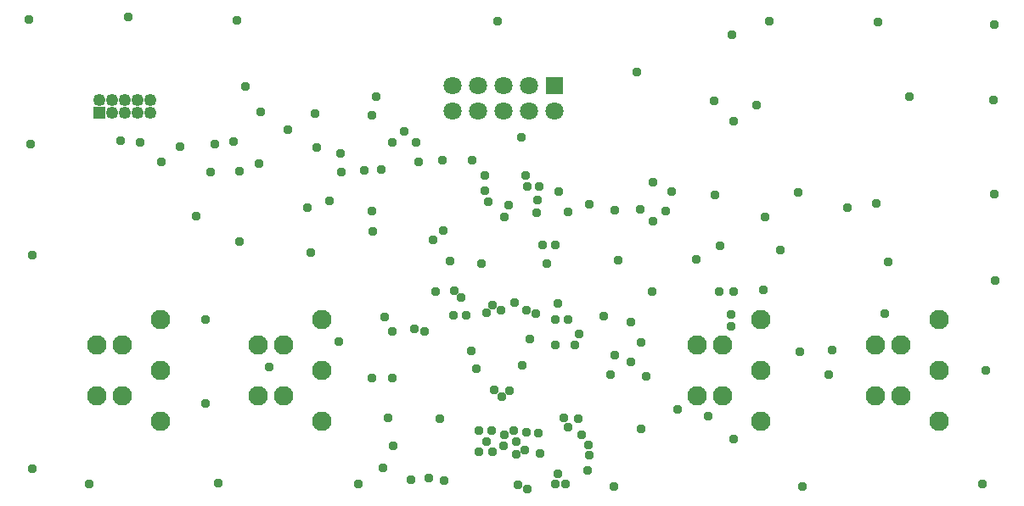
<source format=gbs>
G04*
G04 #@! TF.GenerationSoftware,Altium Limited,Altium Designer,21.9.1 (22)*
G04*
G04 Layer_Color=16711935*
%FSLAX25Y25*%
%MOIN*%
G70*
G04*
G04 #@! TF.SameCoordinates,0F29A8BA-E8F9-4293-BDD9-90E20D7A2386*
G04*
G04*
G04 #@! TF.FilePolarity,Negative*
G04*
G01*
G75*
%ADD31C,0.07677*%
%ADD32R,0.07087X0.07087*%
%ADD33C,0.07087*%
%ADD34R,0.04921X0.04921*%
%ADD35C,0.04921*%
%ADD36C,0.03740*%
D31*
X44488Y41811D02*
D03*
X34488D02*
D03*
Y61811D02*
D03*
X44488D02*
D03*
X59488Y51811D02*
D03*
Y31811D02*
D03*
Y71811D02*
D03*
X107874Y41811D02*
D03*
X97874D02*
D03*
Y61811D02*
D03*
X107874D02*
D03*
X122874Y51811D02*
D03*
Y31811D02*
D03*
Y71811D02*
D03*
X279921Y41811D02*
D03*
X269921D02*
D03*
Y61811D02*
D03*
X279921D02*
D03*
X294921Y51811D02*
D03*
Y31811D02*
D03*
Y71811D02*
D03*
X350157Y41811D02*
D03*
X340158D02*
D03*
Y61811D02*
D03*
X350157D02*
D03*
X365158Y51811D02*
D03*
Y31811D02*
D03*
Y71811D02*
D03*
D32*
X214094Y163937D02*
D03*
D33*
Y153937D02*
D03*
X204095Y163937D02*
D03*
Y153937D02*
D03*
X194095Y163937D02*
D03*
Y153937D02*
D03*
X184095Y163937D02*
D03*
Y153937D02*
D03*
X174094Y163937D02*
D03*
Y153937D02*
D03*
D34*
X35276Y153150D02*
D03*
D35*
Y158150D02*
D03*
X40276Y153150D02*
D03*
Y158150D02*
D03*
X45276Y153150D02*
D03*
Y158150D02*
D03*
X50276Y153150D02*
D03*
Y158150D02*
D03*
X55276Y153150D02*
D03*
Y158150D02*
D03*
D36*
X155118Y146063D02*
D03*
X283858Y183858D02*
D03*
X189676Y77495D02*
D03*
X193071Y75492D02*
D03*
X283429Y74072D02*
D03*
X233465Y73327D02*
D03*
X252362Y83071D02*
D03*
X284252D02*
D03*
X278740D02*
D03*
X343621Y74317D02*
D03*
X321796Y50222D02*
D03*
X283429Y69441D02*
D03*
X250000Y49606D02*
D03*
X77165Y71811D02*
D03*
Y38976D02*
D03*
X147244Y72835D02*
D03*
X102085Y53150D02*
D03*
X129331Y63189D02*
D03*
X150461Y67323D02*
D03*
X159055Y68110D02*
D03*
X150461Y49025D02*
D03*
X142377D02*
D03*
X162992Y67323D02*
D03*
X201199Y143472D02*
D03*
X203248Y124138D02*
D03*
X211139Y93933D02*
D03*
X185387Y93958D02*
D03*
X173071Y94865D02*
D03*
X252737Y126010D02*
D03*
X295900Y83563D02*
D03*
X201299Y54092D02*
D03*
X183445Y52618D02*
D03*
X278898Y100853D02*
D03*
X215347Y78129D02*
D03*
X174595Y83363D02*
D03*
X166535Y103150D02*
D03*
X125591Y118504D02*
D03*
X293504Y156299D02*
D03*
X197989Y28342D02*
D03*
X199063Y18893D02*
D03*
X169142Y32835D02*
D03*
X150638Y22345D02*
D03*
X164813Y9453D02*
D03*
X157725Y9100D02*
D03*
X187252Y24011D02*
D03*
X194339Y26767D02*
D03*
X184449Y19981D02*
D03*
X237784Y57874D02*
D03*
X262402Y36516D02*
D03*
X179331Y73622D02*
D03*
X177281Y80560D02*
D03*
X167514Y82974D02*
D03*
X204350Y64372D02*
D03*
X174409Y73622D02*
D03*
X142520Y152362D02*
D03*
X194437Y112167D02*
D03*
X207283Y119095D02*
D03*
X202756Y128609D02*
D03*
X207087Y113878D02*
D03*
X196063Y117028D02*
D03*
X188071Y118387D02*
D03*
X181798Y134646D02*
D03*
X146653Y13484D02*
D03*
X187303Y74606D02*
D03*
X198425Y78740D02*
D03*
X190419Y44243D02*
D03*
X170430Y106988D02*
D03*
X345036Y94488D02*
D03*
X323149Y59842D02*
D03*
X310549Y59252D02*
D03*
X302615Y99213D02*
D03*
X269685Y95669D02*
D03*
X238976Y95276D02*
D03*
X248087Y28937D02*
D03*
X284252Y24803D02*
D03*
X274374Y34021D02*
D03*
X142651Y106569D02*
D03*
X118461Y98327D02*
D03*
X90491Y102518D02*
D03*
X73481Y112697D02*
D03*
X353501Y159547D02*
D03*
X246519Y169327D02*
D03*
X276772Y157874D02*
D03*
X284252Y150000D02*
D03*
X309813Y121793D02*
D03*
X296611Y112303D02*
D03*
X277123Y120965D02*
D03*
X257665Y114569D02*
D03*
X259997Y122146D02*
D03*
X252756Y110630D02*
D03*
X247595Y115256D02*
D03*
X227812Y117421D02*
D03*
X237795Y114961D02*
D03*
X219403Y114341D02*
D03*
X215784Y122441D02*
D03*
X208028Y124213D02*
D03*
X386221Y158268D02*
D03*
X386614Y121260D02*
D03*
X386965Y87303D02*
D03*
X383465Y51968D02*
D03*
X382144Y7144D02*
D03*
X311417Y6299D02*
D03*
X237457D02*
D03*
X137064Y7283D02*
D03*
X81890Y7480D02*
D03*
X31453Y7382D02*
D03*
X9209Y13386D02*
D03*
X9013Y97146D02*
D03*
X8324Y140847D02*
D03*
X386670Y187894D02*
D03*
X341198Y189075D02*
D03*
X298383Y189370D02*
D03*
X89524Y189764D02*
D03*
X46850Y190945D02*
D03*
X7831Y189961D02*
D03*
X214340Y71961D02*
D03*
X186618Y122663D02*
D03*
X186713Y128609D02*
D03*
X170094Y134606D02*
D03*
X129921Y137402D02*
D03*
X130503Y129981D02*
D03*
X146085Y130875D02*
D03*
X139370Y130709D02*
D03*
X142520Y114567D02*
D03*
X181299Y59768D02*
D03*
X206693Y74311D02*
D03*
X203071Y75492D02*
D03*
X226969Y12622D02*
D03*
X218504Y7406D02*
D03*
X214272Y7427D02*
D03*
X215354Y11417D02*
D03*
X227658Y18528D02*
D03*
X217815Y33193D02*
D03*
X224803Y26772D02*
D03*
X219291Y29528D02*
D03*
X227461Y22760D02*
D03*
X203277Y5217D02*
D03*
X193283Y41545D02*
D03*
X196457Y44015D02*
D03*
X120141Y152788D02*
D03*
X120866Y139567D02*
D03*
X109350Y146752D02*
D03*
X98817Y153662D02*
D03*
X92816Y163508D02*
D03*
X98176Y133212D02*
D03*
X88155Y141776D02*
D03*
X90453Y130217D02*
D03*
X80814Y140786D02*
D03*
X78892Y129833D02*
D03*
X67006Y140087D02*
D03*
X59782Y133969D02*
D03*
X51509Y141718D02*
D03*
X43799Y142224D02*
D03*
X191732Y189370D02*
D03*
X144095Y159547D02*
D03*
X150379Y141732D02*
D03*
X160827Y134055D02*
D03*
X159702Y141732D02*
D03*
X189567Y19981D02*
D03*
X184449Y28346D02*
D03*
X193898Y22441D02*
D03*
X208366Y19200D02*
D03*
X202362Y20472D02*
D03*
X203150Y27559D02*
D03*
X207874Y27165D02*
D03*
X199016Y24016D02*
D03*
X189370Y28346D02*
D03*
X235914Y50394D02*
D03*
X244094Y55118D02*
D03*
X248031Y62797D02*
D03*
X244094Y70866D02*
D03*
X214340Y61789D02*
D03*
X221939D02*
D03*
X223622Y66142D02*
D03*
X199803Y6791D02*
D03*
X340453Y117717D02*
D03*
X329035Y115945D02*
D03*
X223299Y32945D02*
D03*
X219340Y71961D02*
D03*
X148819Y33268D02*
D03*
X170669Y8661D02*
D03*
X214469Y101279D02*
D03*
X209449D02*
D03*
X117028Y115847D02*
D03*
M02*

</source>
